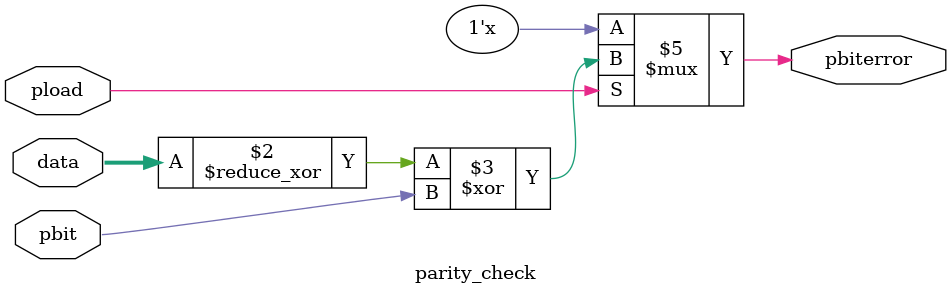
<source format=v>
`timescale 1ns / 1ps


module parity_check(data,pbit,pbiterror,pload);
input [7:0] data;
input pbit,pload;
output reg  pbiterror;
reg temp;
always @(pload,data)
if(pload)
begin
 temp=^data; 
  pbiterror=temp^pbit;
end
endmodule

</source>
